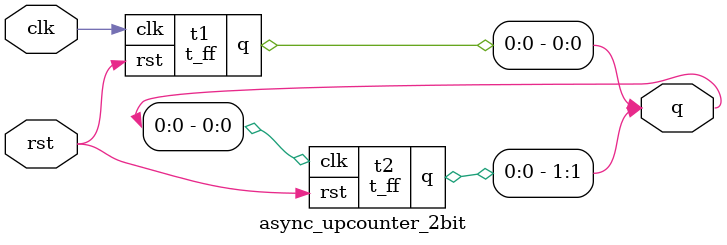
<source format=v>
module t_ff(input clk,rst,output reg q);


always @ (negedge clk or posedge rst)
begin
	if (rst)
		q<=0;
	else
		q<=~q;
end

endmodule


module async_upcounter_2bit (input clk,rst,output  [1:0]q);

t_ff t1 (clk,rst,q[0]);
t_ff t2 (q[0],rst,q[1]);



endmodule



</source>
